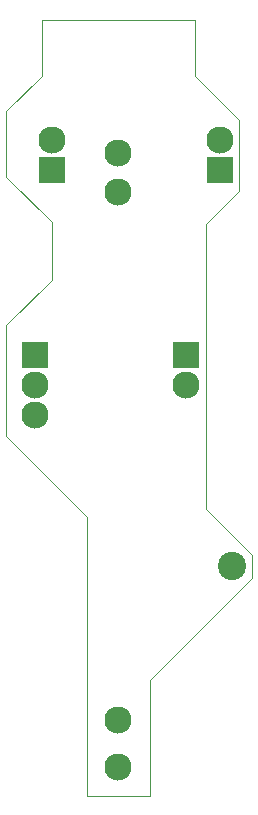
<source format=gbr>
%TF.GenerationSoftware,KiCad,Pcbnew,(5.0.0-rc3-dev)*%
%TF.CreationDate,2019-02-19T23:04:41+00:00*%
%TF.ProjectId,battery_breakout,626174746572795F627265616B6F7574,rev?*%
%TF.SameCoordinates,Original*%
%TF.FileFunction,Soldermask,Bot*%
%TF.FilePolarity,Negative*%
%FSLAX46Y46*%
G04 Gerber Fmt 4.6, Leading zero omitted, Abs format (unit mm)*
G04 Created by KiCad (PCBNEW (5.0.0-rc3-dev)) date 02/19/19 23:04:41*
%MOMM*%
%LPD*%
G01*
G04 APERTURE LIST*
%ADD10C,0.010000*%
%ADD11C,2.300000*%
%ADD12R,2.300000X2.300000*%
%ADD13C,2.400000*%
G04 APERTURE END LIST*
D10*
X156600000Y-130100000D02*
X160500000Y-134000000D01*
X160500000Y-134000000D02*
X160500000Y-136000000D01*
X139700000Y-96450000D02*
X139700000Y-102000000D01*
X143550000Y-110750000D02*
X143550000Y-105850000D01*
X139700000Y-114600000D02*
X143550000Y-110750000D01*
X139700000Y-102000000D02*
X143550000Y-105850000D01*
X151900000Y-154400000D02*
X151900000Y-144600000D01*
X160500000Y-136000000D02*
X151900000Y-144600000D01*
X146500000Y-130800000D02*
X139700000Y-124000000D01*
X146500000Y-154400000D02*
X146500000Y-130800000D01*
X151900000Y-154400000D02*
X146500000Y-154400000D01*
X156600000Y-130100000D02*
X156600000Y-106050000D01*
X156600000Y-106050000D02*
X159450000Y-103200000D01*
X159450000Y-103200000D02*
X159450000Y-97200000D01*
X139700000Y-114600000D02*
X139700000Y-124000000D01*
X155700000Y-88700000D02*
X155700000Y-93450000D01*
X159450000Y-97200000D02*
X155700000Y-93450000D01*
X142700000Y-93450000D02*
X142700000Y-88700000D01*
X139700000Y-96450000D02*
X142700000Y-93450000D01*
X155700000Y-88700000D02*
X142700000Y-88700000D01*
D11*
X149200000Y-100000000D03*
X149200000Y-152000000D03*
X149200000Y-148000000D03*
X149200000Y-103300000D03*
D12*
X154900000Y-117060000D03*
D11*
X154900000Y-119600000D03*
X142100000Y-122140000D03*
X142100000Y-119600000D03*
D12*
X142100000Y-117060000D03*
D11*
X157800000Y-98930000D03*
D12*
X157800000Y-101470000D03*
X143600000Y-101470000D03*
D11*
X143600000Y-98930000D03*
D13*
X158800000Y-135000000D03*
M02*

</source>
